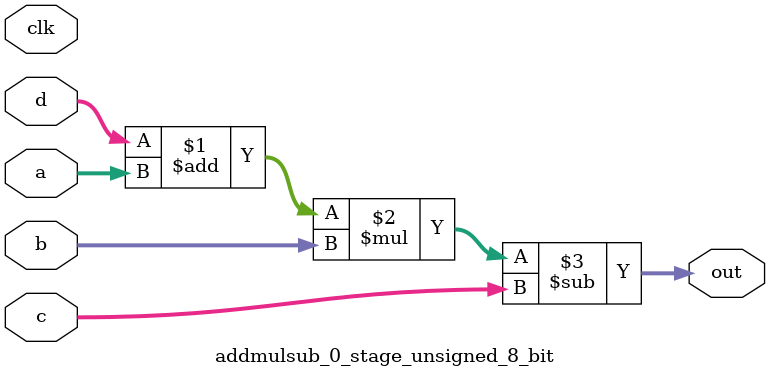
<source format=sv>
(* use_dsp = "yes" *) module addmulsub_0_stage_unsigned_8_bit(
	input  [7:0] a,
	input  [7:0] b,
	input  [7:0] c,
	input  [7:0] d,
	output [7:0] out,
	input clk);

	assign out = ((d + a) * b) - c;
endmodule

</source>
